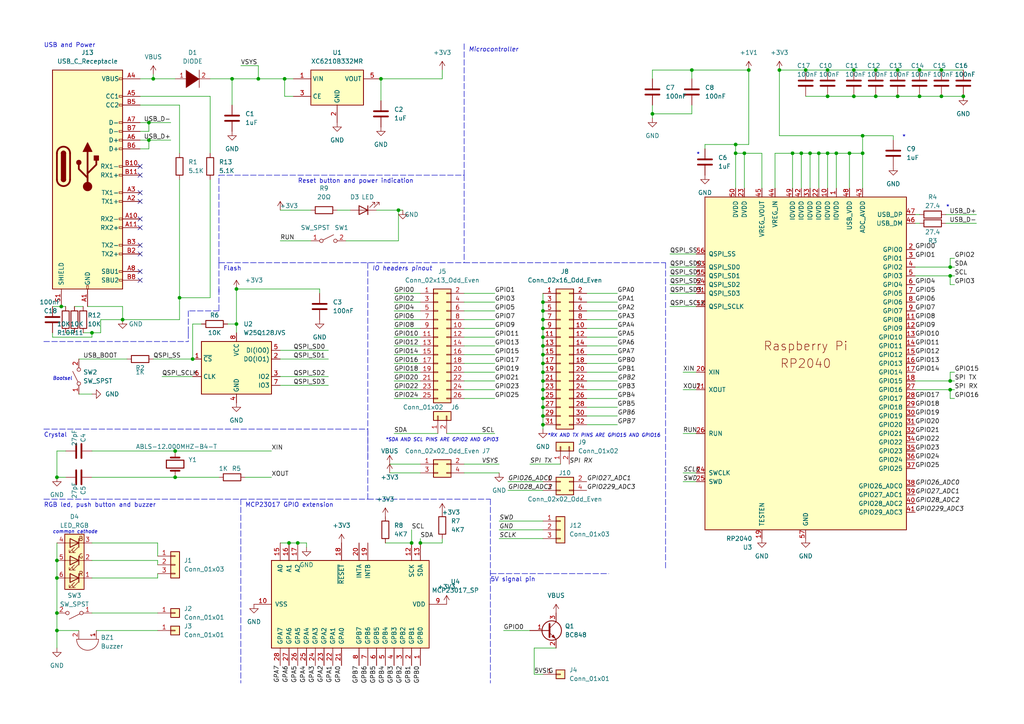
<source format=kicad_sch>
(kicad_sch (version 20211123) (generator eeschema)
  (paper "A4")
  (title_block (title "Protopico") (date "2022-03-31") (rev "v01") (comment 1 "*Decoupling capacitors should be as close as possible to IOVDD and DVDD pins") (comment 2 "*R3,R4 should be as close as possible to the RP2040 chip") (comment 4 "Author: Daniël van Belzen"))
  (junction (at 157.48 95.25))
  (junction (at 44.45 22.86))
  (junction (at 50.8 130.81))
  (junction (at 237.49 44.45))
  (junction (at 86.36 157.48))
  (junction (at 157.48 113.03))
  (junction (at 83.82 157.48))
  (junction (at 157.48 90.17))
  (junction (at 189.23 33.02))
  (junction (at 52.07 86.36))
  (junction (at 43.18 35.56))
  (junction (at 157.48 87.63))
  (junction (at 233.68 20.32))
  (junction (at 17.78 88.9))
  (junction (at 157.48 120.65))
  (junction (at 68.58 83.82))
  (junction (at 234.95 44.45))
  (junction (at 275.59 110.49))
  (junction (at 247.65 27.94))
  (junction (at 68.58 93.98))
  (junction (at 260.35 27.94))
  (junction (at 157.48 105.41))
  (junction (at 250.19 39.37))
  (junction (at 119.38 157.48))
  (junction (at 115.57 60.96))
  (junction (at 250.19 44.45))
  (junction (at 273.05 27.94))
  (junction (at 246.38 44.45))
  (junction (at 254 27.94))
  (junction (at 240.03 20.32))
  (junction (at 157.48 107.95))
  (junction (at 35.56 92.71))
  (junction (at 266.7 27.94))
  (junction (at 16.51 182.88))
  (junction (at 50.8 138.43))
  (junction (at 157.48 100.33))
  (junction (at 157.48 123.19))
  (junction (at 157.48 118.11))
  (junction (at 157.48 102.87))
  (junction (at 279.4 27.94))
  (junction (at 232.41 44.45))
  (junction (at 213.36 41.91))
  (junction (at 55.88 104.14))
  (junction (at 266.7 20.32))
  (junction (at 16.51 162.56))
  (junction (at 16.51 177.8))
  (junction (at 254 20.32))
  (junction (at 157.48 115.57))
  (junction (at 226.06 20.32))
  (junction (at 213.36 44.45))
  (junction (at 275.59 77.47))
  (junction (at 260.35 20.32))
  (junction (at 121.92 157.48))
  (junction (at 229.87 44.45))
  (junction (at 157.48 110.49))
  (junction (at 16.51 138.43))
  (junction (at 26.67 96.52))
  (junction (at 273.05 20.32))
  (junction (at 240.03 44.45))
  (junction (at 82.55 22.86))
  (junction (at 43.18 40.64))
  (junction (at 67.31 22.86))
  (junction (at 157.48 97.79))
  (junction (at 74.93 22.86))
  (junction (at 275.59 113.03))
  (junction (at 217.17 20.32))
  (junction (at 110.49 22.86))
  (junction (at 215.9 44.45))
  (junction (at 240.03 27.94))
  (junction (at 242.57 44.45))
  (junction (at 200.66 20.32))
  (junction (at 16.51 167.64))
  (junction (at 247.65 20.32))
  (junction (at 157.48 92.71))
  (junction (at 275.59 80.01))
  (no_connect (at 40.64 48.26))
  (no_connect (at 40.64 50.8))
  (no_connect (at 40.64 55.88))
  (no_connect (at 40.64 58.42))
  (no_connect (at 40.64 78.74))
  (no_connect (at 40.64 81.28))
  (no_connect (at 40.64 63.5))
  (no_connect (at 40.64 66.04))
  (no_connect (at 40.64 71.12))
  (no_connect (at 40.64 73.66))
  (wire (pts (xy 26.67 130.81) (xy 50.8 130.81)))
  (wire (pts (xy 45.72 162.56) (xy 45.72 163.83)))
  (wire (pts (xy 40.64 38.1) (xy 43.18 38.1)))
  (wire (pts (xy 266.7 62.23) (xy 265.43 62.23)))
  (wire (pts (xy 50.8 130.81) (xy 78.74 130.81)))
  (wire (pts (xy 170.18 120.65) (xy 179.07 120.65)))
  (wire (pts (xy 157.48 90.17) (xy 157.48 92.71)))
  (wire (pts (xy 134.62 85.09) (xy 143.51 85.09)))
  (wire (pts (xy 113.03 137.16) (xy 121.92 137.16)))
  (wire (pts (xy 275.59 77.47) (xy 275.59 74.93)))
  (wire (pts (xy 154.94 187.96) (xy 161.29 187.96)))
  (wire (pts (xy 43.18 43.18) (xy 43.18 40.64)))
  (polyline (pts (xy 12.7 124.46) (xy 106.68 124.46)))
  (wire (pts (xy 74.93 22.86) (xy 74.93 19.05)))
  (wire (pts (xy 157.48 85.09) (xy 157.48 87.63)))
  (wire (pts (xy 213.36 44.45) (xy 213.36 54.61)))
  (wire (pts (xy 55.88 93.98) (xy 58.42 93.98)))
  (wire (pts (xy 273.05 27.94) (xy 279.4 27.94)))
  (wire (pts (xy 71.12 138.43) (xy 78.74 138.43)))
  (polyline (pts (xy 63.5 76.2) (xy 63.5 85.09)))
  (wire (pts (xy 110.49 22.86) (xy 128.27 22.86)))
  (wire (pts (xy 220.98 54.61) (xy 220.98 44.45)))
  (wire (pts (xy 189.23 33.02) (xy 189.23 30.48)))
  (wire (pts (xy 40.64 30.48) (xy 52.07 30.48)))
  (wire (pts (xy 44.45 22.86) (xy 50.8 22.86)))
  (polyline (pts (xy 193.04 76.2) (xy 193.04 165.1)))
  (wire (pts (xy 154.94 195.58) (xy 157.48 195.58)))
  (wire (pts (xy 111.76 157.48) (xy 119.38 157.48)))
  (wire (pts (xy 157.48 102.87) (xy 157.48 105.41)))
  (wire (pts (xy 170.18 95.25) (xy 179.07 95.25)))
  (wire (pts (xy 170.18 123.19) (xy 179.07 123.19)))
  (wire (pts (xy 275.59 107.95) (xy 276.86 107.95)))
  (wire (pts (xy 134.62 87.63) (xy 143.51 87.63)))
  (wire (pts (xy 114.3 85.09) (xy 121.92 85.09)))
  (wire (pts (xy 134.62 107.95) (xy 143.51 107.95)))
  (wire (pts (xy 200.66 20.32) (xy 217.17 20.32)))
  (wire (pts (xy 250.19 39.37) (xy 259.08 39.37)))
  (polyline (pts (xy 86.36 76.2) (xy 134.62 76.2)))
  (wire (pts (xy 194.31 77.47) (xy 201.93 77.47)))
  (wire (pts (xy 170.18 118.11) (xy 179.07 118.11)))
  (polyline (pts (xy 134.62 12.7) (xy 134.62 50.8)))
  (wire (pts (xy 83.82 157.48) (xy 86.36 157.48)))
  (wire (pts (xy 254 20.32) (xy 260.35 20.32)))
  (wire (pts (xy 266.7 20.32) (xy 273.05 20.32)))
  (wire (pts (xy 200.66 30.48) (xy 200.66 33.02)))
  (wire (pts (xy 194.31 85.09) (xy 201.93 85.09)))
  (wire (pts (xy 170.18 92.71) (xy 179.07 92.71)))
  (wire (pts (xy 69.85 19.05) (xy 74.93 19.05)))
  (wire (pts (xy 114.3 97.79) (xy 121.92 97.79)))
  (wire (pts (xy 45.72 157.48) (xy 45.72 161.29)))
  (wire (pts (xy 275.59 80.01) (xy 275.59 82.55)))
  (wire (pts (xy 276.86 80.01) (xy 275.59 80.01)))
  (wire (pts (xy 144.78 153.67) (xy 157.48 153.67)))
  (wire (pts (xy 200.66 33.02) (xy 189.23 33.02)))
  (wire (pts (xy 114.3 92.71) (xy 121.92 92.71)))
  (wire (pts (xy 247.65 20.32) (xy 254 20.32)))
  (wire (pts (xy 254 27.94) (xy 260.35 27.94)))
  (wire (pts (xy 157.48 120.65) (xy 157.48 123.19)))
  (wire (pts (xy 170.18 85.09) (xy 179.07 85.09)))
  (wire (pts (xy 113.03 134.62) (xy 121.92 134.62)))
  (wire (pts (xy 128.27 156.21) (xy 128.27 157.48)))
  (wire (pts (xy 134.62 113.03) (xy 143.51 113.03)))
  (wire (pts (xy 85.09 27.94) (xy 82.55 27.94)))
  (polyline (pts (xy 54.61 96.52) (xy 54.61 99.06)))
  (wire (pts (xy 154.94 187.96) (xy 154.94 195.58)))
  (wire (pts (xy 121.92 156.21) (xy 121.92 157.48)))
  (polyline (pts (xy 106.68 144.78) (xy 106.68 124.46)))
  (wire (pts (xy 170.18 90.17) (xy 179.07 90.17)))
  (wire (pts (xy 170.18 100.33) (xy 179.07 100.33)))
  (wire (pts (xy 68.58 93.98) (xy 68.58 96.52)))
  (wire (pts (xy 67.31 22.86) (xy 67.31 30.48)))
  (wire (pts (xy 134.62 102.87) (xy 143.51 102.87)))
  (wire (pts (xy 153.67 134.62) (xy 162.56 134.62)))
  (wire (pts (xy 81.28 109.22) (xy 95.25 109.22)))
  (wire (pts (xy 198.12 125.73) (xy 201.93 125.73)))
  (wire (pts (xy 194.31 88.9) (xy 201.93 88.9)))
  (wire (pts (xy 114.3 90.17) (xy 121.92 90.17)))
  (wire (pts (xy 110.49 29.21) (xy 110.49 22.86)))
  (wire (pts (xy 26.67 157.48) (xy 45.72 157.48)))
  (wire (pts (xy 43.18 35.56) (xy 49.53 35.56)))
  (wire (pts (xy 52.07 52.07) (xy 52.07 86.36)))
  (wire (pts (xy 22.86 104.14) (xy 36.83 104.14)))
  (wire (pts (xy 26.67 97.79) (xy 26.67 96.52)))
  (wire (pts (xy 229.87 44.45) (xy 229.87 54.61)))
  (wire (pts (xy 170.18 115.57) (xy 179.07 115.57)))
  (wire (pts (xy 157.48 87.63) (xy 157.48 90.17)))
  (wire (pts (xy 16.51 177.8) (xy 16.51 182.88)))
  (wire (pts (xy 134.62 95.25) (xy 143.51 95.25)))
  (wire (pts (xy 15.24 97.79) (xy 26.67 97.79)))
  (wire (pts (xy 92.71 83.82) (xy 92.71 85.09)))
  (wire (pts (xy 273.05 20.32) (xy 279.4 20.32)))
  (wire (pts (xy 114.3 105.41) (xy 121.92 105.41)))
  (wire (pts (xy 114.3 107.95) (xy 121.92 107.95)))
  (wire (pts (xy 74.93 22.86) (xy 82.55 22.86)))
  (wire (pts (xy 16.51 182.88) (xy 16.51 187.96)))
  (wire (pts (xy 265.43 77.47) (xy 275.59 77.47)))
  (polyline (pts (xy 63.5 83.82) (xy 63.5 90.17)))
  (wire (pts (xy 194.31 73.66) (xy 201.93 73.66)))
  (wire (pts (xy 233.68 20.32) (xy 240.03 20.32)))
  (wire (pts (xy 198.12 107.95) (xy 201.93 107.95)))
  (wire (pts (xy 44.45 104.14) (xy 55.88 104.14)))
  (wire (pts (xy 86.36 157.48) (xy 88.9 157.48)))
  (wire (pts (xy 128.27 20.32) (xy 128.27 22.86)))
  (wire (pts (xy 275.59 113.03) (xy 275.59 115.57)))
  (wire (pts (xy 240.03 44.45) (xy 240.03 54.61)))
  (wire (pts (xy 260.35 27.94) (xy 266.7 27.94)))
  (polyline (pts (xy 12.7 144.78) (xy 106.68 144.78)))
  (wire (pts (xy 101.6 60.96) (xy 97.79 60.96)))
  (wire (pts (xy 226.06 20.32) (xy 226.06 39.37)))
  (wire (pts (xy 170.18 110.49) (xy 179.07 110.49)))
  (wire (pts (xy 226.06 39.37) (xy 250.19 39.37)))
  (polyline (pts (xy 134.62 50.8) (xy 134.62 76.2)))
  (polyline (pts (xy 63.5 90.17) (xy 54.61 90.17)))
  (wire (pts (xy 19.05 88.9) (xy 17.78 88.9)))
  (wire (pts (xy 170.18 105.41) (xy 179.07 105.41)))
  (wire (pts (xy 226.06 20.32) (xy 233.68 20.32)))
  (wire (pts (xy 275.59 74.93) (xy 276.86 74.93)))
  (wire (pts (xy 240.03 20.32) (xy 247.65 20.32)))
  (wire (pts (xy 275.59 110.49) (xy 265.43 110.49)))
  (polyline (pts (xy 106.68 76.2) (xy 106.68 124.46)))
  (wire (pts (xy 232.41 44.45) (xy 234.95 44.45)))
  (wire (pts (xy 157.48 118.11) (xy 157.48 120.65)))
  (wire (pts (xy 220.98 44.45) (xy 215.9 44.45)))
  (polyline (pts (xy 63.5 76.2) (xy 86.36 76.2)))
  (wire (pts (xy 157.48 92.71) (xy 157.48 95.25)))
  (wire (pts (xy 260.35 20.32) (xy 266.7 20.32)))
  (wire (pts (xy 198.12 113.03) (xy 201.93 113.03)))
  (wire (pts (xy 147.32 142.24) (xy 157.48 142.24)))
  (wire (pts (xy 170.18 107.95) (xy 179.07 107.95)))
  (wire (pts (xy 237.49 44.45) (xy 240.03 44.45)))
  (wire (pts (xy 276.86 110.49) (xy 275.59 110.49)))
  (wire (pts (xy 157.48 97.79) (xy 157.48 100.33)))
  (wire (pts (xy 40.64 43.18) (xy 43.18 43.18)))
  (wire (pts (xy 247.65 27.94) (xy 254 27.94)))
  (wire (pts (xy 157.48 107.95) (xy 157.48 110.49)))
  (wire (pts (xy 129.54 125.73) (xy 143.51 125.73)))
  (wire (pts (xy 115.57 60.96) (xy 116.84 60.96)))
  (polyline (pts (xy 12.7 99.06) (xy 54.61 99.06)))
  (wire (pts (xy 275.59 115.57) (xy 276.86 115.57)))
  (polyline (pts (xy 69.85 144.78) (xy 69.85 198.12)))
  (wire (pts (xy 81.28 157.48) (xy 83.82 157.48)))
  (wire (pts (xy 134.62 137.16) (xy 144.78 137.16)))
  (wire (pts (xy 134.62 100.33) (xy 143.51 100.33)))
  (polyline (pts (xy 106.68 144.78) (xy 142.24 144.78)))
  (wire (pts (xy 170.18 97.79) (xy 179.07 97.79)))
  (wire (pts (xy 43.18 38.1) (xy 43.18 35.56)))
  (wire (pts (xy 29.21 96.52) (xy 29.21 92.71)))
  (wire (pts (xy 82.55 22.86) (xy 85.09 22.86)))
  (wire (pts (xy 266.7 64.77) (xy 265.43 64.77)))
  (wire (pts (xy 67.31 22.86) (xy 74.93 22.86)))
  (wire (pts (xy 26.67 177.8) (xy 45.72 177.8)))
  (wire (pts (xy 27.94 182.88) (xy 45.72 182.88)))
  (wire (pts (xy 189.23 34.29) (xy 189.23 33.02)))
  (polyline (pts (xy 54.61 90.17) (xy 54.61 96.52)))
  (wire (pts (xy 40.64 22.86) (xy 44.45 22.86)))
  (wire (pts (xy 275.59 82.55) (xy 276.86 82.55)))
  (wire (pts (xy 213.36 41.91) (xy 213.36 44.45)))
  (wire (pts (xy 50.8 138.43) (xy 63.5 138.43)))
  (polyline (pts (xy 142.24 144.78) (xy 142.24 198.12)))
  (wire (pts (xy 60.96 22.86) (xy 67.31 22.86)))
  (wire (pts (xy 157.48 95.25) (xy 157.48 97.79)))
  (wire (pts (xy 157.48 110.49) (xy 157.48 113.03)))
  (wire (pts (xy 40.64 40.64) (xy 43.18 40.64)))
  (wire (pts (xy 146.05 182.88) (xy 153.67 182.88)))
  (wire (pts (xy 114.3 115.57) (xy 121.92 115.57)))
  (wire (pts (xy 119.38 153.67) (xy 119.38 157.48)))
  (wire (pts (xy 26.67 167.64) (xy 45.72 167.64)))
  (wire (pts (xy 189.23 20.32) (xy 189.23 22.86)))
  (wire (pts (xy 22.86 114.3) (xy 26.67 114.3)))
  (wire (pts (xy 259.08 39.37) (xy 259.08 40.64)))
  (wire (pts (xy 81.28 111.76) (xy 95.25 111.76)))
  (wire (pts (xy 194.31 80.01) (xy 201.93 80.01)))
  (wire (pts (xy 55.88 93.98) (xy 55.88 104.14)))
  (wire (pts (xy 52.07 30.48) (xy 52.07 44.45)))
  (wire (pts (xy 88.9 157.48) (xy 88.9 158.75)))
  (wire (pts (xy 16.51 182.88) (xy 22.86 182.88)))
  (wire (pts (xy 68.58 83.82) (xy 92.71 83.82)))
  (wire (pts (xy 194.31 82.55) (xy 201.93 82.55)))
  (wire (pts (xy 60.96 52.07) (xy 60.96 86.36)))
  (wire (pts (xy 170.18 113.03) (xy 179.07 113.03)))
  (wire (pts (xy 157.48 105.41) (xy 157.48 107.95)))
  (polyline (pts (xy 134.62 76.2) (xy 193.04 76.2)))
  (wire (pts (xy 114.3 110.49) (xy 121.92 110.49)))
  (wire (pts (xy 200.66 20.32) (xy 200.66 22.86)))
  (wire (pts (xy 115.57 60.96) (xy 115.57 69.85)))
  (wire (pts (xy 81.28 101.6) (xy 95.25 101.6)))
  (wire (pts (xy 189.23 20.32) (xy 200.66 20.32)))
  (wire (pts (xy 134.62 134.62) (xy 144.78 134.62)))
  (wire (pts (xy 234.95 44.45) (xy 237.49 44.45)))
  (wire (pts (xy 229.87 44.45) (xy 232.41 44.45)))
  (wire (pts (xy 240.03 44.45) (xy 242.57 44.45)))
  (wire (pts (xy 275.59 77.47) (xy 276.86 77.47)))
  (wire (pts (xy 60.96 86.36) (xy 52.07 86.36)))
  (wire (pts (xy 198.12 139.7) (xy 201.93 139.7)))
  (wire (pts (xy 217.17 20.32) (xy 217.17 41.91)))
  (wire (pts (xy 66.04 93.98) (xy 68.58 93.98)))
  (wire (pts (xy 40.64 27.94) (xy 60.96 27.94)))
  (wire (pts (xy 250.19 44.45) (xy 250.19 39.37)))
  (wire (pts (xy 121.92 157.48) (xy 128.27 157.48)))
  (wire (pts (xy 43.18 40.64) (xy 49.53 40.64)))
  (wire (pts (xy 16.51 130.81) (xy 19.05 130.81)))
  (wire (pts (xy 19.05 96.52) (xy 21.59 96.52)))
  (wire (pts (xy 147.32 139.7) (xy 157.48 139.7)))
  (wire (pts (xy 134.62 105.41) (xy 143.51 105.41)))
  (wire (pts (xy 16.51 162.56) (xy 16.51 167.64)))
  (wire (pts (xy 144.78 151.13) (xy 157.48 151.13)))
  (wire (pts (xy 170.18 102.87) (xy 179.07 102.87)))
  (wire (pts (xy 250.19 44.45) (xy 250.19 54.61)))
  (wire (pts (xy 215.9 44.45) (xy 213.36 44.45)))
  (wire (pts (xy 26.67 162.56) (xy 45.72 162.56)))
  (wire (pts (xy 15.24 88.9) (xy 17.78 88.9)))
  (wire (pts (xy 275.59 113.03) (xy 265.43 113.03)))
  (wire (pts (xy 35.56 92.71) (xy 52.07 92.71)))
  (wire (pts (xy 134.62 110.49) (xy 143.51 110.49)))
  (wire (pts (xy 157.48 115.57) (xy 157.48 118.11)))
  (wire (pts (xy 204.47 41.91) (xy 204.47 43.18)))
  (wire (pts (xy 246.38 44.45) (xy 250.19 44.45)))
  (wire (pts (xy 170.18 87.63) (xy 179.07 87.63)))
  (wire (pts (xy 283.21 62.23) (xy 274.32 62.23)))
  (wire (pts (xy 21.59 88.9) (xy 24.13 88.9)))
  (wire (pts (xy 15.24 96.52) (xy 15.24 97.79)))
  (wire (pts (xy 114.3 102.87) (xy 121.92 102.87)))
  (wire (pts (xy 81.28 104.14) (xy 95.25 104.14)))
  (wire (pts (xy 52.07 86.36) (xy 52.07 92.71)))
  (wire (pts (xy 46.99 109.22) (xy 55.88 109.22)))
  (wire (pts (xy 100.33 69.85) (xy 115.57 69.85)))
  (wire (pts (xy 35.56 88.9) (xy 25.4 88.9)))
  (wire (pts (xy 114.3 95.25) (xy 121.92 95.25)))
  (wire (pts (xy 81.28 60.96) (xy 90.17 60.96)))
  (wire (pts (xy 81.28 69.85) (xy 90.17 69.85)))
  (wire (pts (xy 276.86 113.03) (xy 275.59 113.03)))
  (wire (pts (xy 134.62 97.79) (xy 143.51 97.79)))
  (wire (pts (xy 16.51 167.64) (xy 16.51 177.8)))
  (wire (pts (xy 60.96 27.94) (xy 60.96 44.45)))
  (wire (pts (xy 213.36 41.91) (xy 204.47 41.91)))
  (polyline (pts (xy 142.24 166.37) (xy 176.53 166.37)))
  (wire (pts (xy 68.58 83.82) (xy 68.58 93.98)))
  (wire (pts (xy 275.59 80.01) (xy 265.43 80.01)))
  (wire (pts (xy 157.48 100.33) (xy 157.48 102.87)))
  (wire (pts (xy 114.3 87.63) (xy 121.92 87.63)))
  (wire (pts (xy 35.56 88.9) (xy 35.56 92.71)))
  (wire (pts (xy 224.79 44.45) (xy 229.87 44.45)))
  (wire (pts (xy 237.49 44.45) (xy 237.49 54.61)))
  (wire (pts (xy 24.13 96.52) (xy 26.67 96.52)))
  (wire (pts (xy 114.3 125.73) (xy 127 125.73)))
  (wire (pts (xy 242.57 44.45) (xy 242.57 54.61)))
  (wire (pts (xy 242.57 44.45) (xy 246.38 44.45)))
  (wire (pts (xy 26.67 96.52) (xy 29.21 96.52)))
  (wire (pts (xy 16.51 138.43) (xy 19.05 138.43)))
  (wire (pts (xy 240.03 27.94) (xy 247.65 27.94)))
  (wire (pts (xy 26.67 138.43) (xy 50.8 138.43)))
  (wire (pts (xy 44.45 21.59) (xy 44.45 22.86)))
  (wire (pts (xy 224.79 54.61) (xy 224.79 44.45)))
  (polyline (pts (xy 63.5 50.8) (xy 134.62 50.8)))
  (wire (pts (xy 82.55 27.94) (xy 82.55 22.86)))
  (wire (pts (xy 275.59 110.49) (xy 275.59 107.95)))
  (wire (pts (xy 16.51 157.48) (xy 16.51 162.56)))
  (wire (pts (xy 283.21 64.77) (xy 274.32 64.77)))
  (wire (pts (xy 233.68 27.94) (xy 240.03 27.94)))
  (wire (pts (xy 232.41 44.45) (xy 232.41 54.61)))
  (wire (pts (xy 16.51 130.81) (xy 16.51 138.43)))
  (wire (pts (xy 198.12 137.16) (xy 201.93 137.16)))
  (wire (pts (xy 246.38 44.45) (xy 246.38 54.61)))
  (wire (pts (xy 109.22 60.96) (xy 115.57 60.96)))
  (wire (pts (xy 45.72 167.64) (xy 45.72 166.37)))
  (wire (pts (xy 134.62 115.57) (xy 143.51 115.57)))
  (wire (pts (xy 234.95 44.45) (xy 234.95 54.61)))
  (polyline (pts (xy 63.5 76.2) (xy 63.5 50.8)))
  (wire (pts (xy 134.62 92.71) (xy 143.51 92.71)))
  (wire (pts (xy 134.62 90.17) (xy 143.51 90.17)))
  (wire (pts (xy 266.7 27.94) (xy 273.05 27.94)))
  (wire (pts (xy 144.78 156.21) (xy 157.48 156.21)))
  (wire (pts (xy 157.48 123.19) (xy 157.48 124.46)))
  (wire (pts (xy 40.64 35.56) (xy 43.18 35.56)))
  (wire (pts (xy 29.21 92.71) (xy 35.56 92.71)))
  (wire (pts (xy 114.3 113.03) (xy 121.92 113.03)))
  (wire (pts (xy 217.17 41.91) (xy 213.36 41.91)))
  (polyline (pts (xy 106.68 124.46) (xy 106.68 133.35)))
  (wire (pts (xy 215.9 44.45) (xy 215.9 54.61)))
  (wire (pts (xy 114.3 100.33) (xy 121.92 100.33)))
  (wire (pts (xy 157.48 113.03) (xy 157.48 115.57)))
  (text "*" (at 201.93 45.72 0) (effects (font (size 1.27 1.27)) (justify left bottom)))
  (text "Bootsel" (at 15.24 110.49 0) (effects (font (size 1 1) italic) (justify left bottom)))
  (text "Flash" (at 64.77 78.74 0) (effects (font (size 1.27 1.27)) (justify left bottom)))
  (text "MCP23017 GPIO extension" (at 71.12 147.32 0) (effects (font (size 1.27 1.27)) (justify left bottom)))
  (text "5V signal pin" (at 142.24 168.91 0) (effects (font (size 1.27 1.27)) (justify left bottom)))
  (text "common cathode\n" (at 15.24 154.94 0) (effects (font (size 1 1) italic) (justify left bottom)))
  (text "*RX AND TX PINS ARE GPIO15 AND GPIO16" (at 158.75 127 0) (effects (font (size 1 1) italic) (justify left bottom)))
  (text "*" (at 274.32 60.96 0) (effects (font (size 1.27 1.27)) (justify left bottom)))
  (text "*SDA AND SCL PINS ARE GPIO2 AND GPIO3" (at 111.76 128.27 0) (effects (font (size 1 1) italic) (justify left bottom)))
  (text "Reset button and power indication" (at 86.36 53.34 0) (effects (font (size 1.27 1.27)) (justify left bottom)))
  (text "*" (at 261.62 40.64 0) (effects (font (size 1.27 1.27)) (justify left bottom)))
  (text "RGB led, push button and buzzer" (at 12.7 147.32 0) (effects (font (size 1.27 1.27)) (justify left bottom)))
  (text "Crystal" (at 12.7 127 0) (effects (font (size 1.27 1.27)) (justify left bottom)))
  (text "Microcontroller\n" (at 135.89 15.24 0) (effects (font (size 1.27 1.27) italic) (justify left bottom)))
  (text "USB and Power" (at 12.7 13.97 0) (effects (font (size 1.27 1.27)) (justify left bottom)))
  (text "IO headers pinout" (at 107.95 78.74 0) (effects (font (size 1.27 1.27) italic) (justify left bottom)))
  (label "XOUT" (at 198.12 113.03 0))
  (label "GPIO5" (at 143.51 90.17 0))
  (label "USB_D+" (at 283.21 62.23 180))
  (label "GPIO25" (at 143.51 115.57 0))
  (label "GPIO13" (at 143.51 100.33 0))
  (label "GPIO18" (at 114.3 107.95 0))
  (label "QSPI_SS" (at 194.31 73.66 0))
  (label "GPIO9" (at 265.43 95.25 0))
  (label "GPA3" (at 179.07 92.71 0))
  (label "GPIO15" (at 143.51 102.87 0))
  (label "GPIO0" (at 146.05 182.88 0))
  (label "QSPI_SCLK" (at 46.99 109.22 0))
  (label "GPB1" (at 179.07 107.95 0))
  (label "GPIO7" (at 143.51 92.71 0))
  (label "VSYS" (at 139.7 134.62 0) (effects (font italic)))
  (label "USB_D+" (at 49.53 40.64 180))
  (label "USB_D-" (at 283.21 64.77 180))
  (label "SWD" (at 198.12 139.7 0) (effects (font italic)))
  (label "GPIO21" (at 265.43 125.73 0))
  (label "GPIO5" (at 265.43 85.09 0))
  (label "GPIO229_ADC3" (at 265.43 148.59 0) (effects (font italic)))
  (label "GPB5" (at 179.07 118.11 0))
  (label "GPB4" (at 111.76 193.04 270))
  (label "SCLK" (at 198.12 137.16 0) (effects (font italic)))
  (label "GPIO3" (at 276.86 82.55 0))
  (label "GPB4" (at 179.07 115.57 0))
  (label "GPIO16" (at 276.86 115.57 0))
  (label "GPIO25" (at 265.43 135.89 0))
  (label "SPI RX" (at 276.86 113.03 0))
  (label "RUN" (at 81.28 69.85 0))
  (label "GPA5" (at 179.07 97.79 0))
  (label "GPIO26_ADC0" (at 147.32 139.7 0) (effects (font italic)))
  (label "GPIO16" (at 114.3 105.41 0))
  (label "GPIO11" (at 265.43 100.33 0))
  (label "GPB3" (at 179.07 113.03 0))
  (label "GPB5" (at 109.22 193.04 270))
  (label "GPIO11" (at 143.51 97.79 0))
  (label "GPA4" (at 88.9 193.04 270))
  (label "GPIO7" (at 265.43 90.17 0))
  (label "GPA0" (at 179.07 85.09 0))
  (label "GPIO24" (at 265.43 133.35 0))
  (label "GPIO15" (at 276.86 107.95 0))
  (label "GPA5" (at 86.36 193.04 270))
  (label "SCL" (at 139.7 125.73 0))
  (label "GPIO2" (at 276.86 74.93 0))
  (label "GPB2" (at 179.07 110.49 0) (effects (font italic)))
  (label "QSPI_SD3" (at 194.31 85.09 0))
  (label "GPIO13" (at 265.43 105.41 0))
  (label "GPIO23" (at 265.43 130.81 0))
  (label "SPI RX" (at 165.1 134.62 0) (effects (font italic)))
  (label "GPIO17" (at 143.51 105.41 0))
  (label "GPIO229_ADC3" (at 170.18 142.24 0) (effects (font italic)))
  (label "GPA7" (at 179.07 102.87 0))
  (label "GPA0" (at 99.06 193.04 270))
  (label "GPIO10" (at 265.43 97.79 0))
  (label "GPIO24" (at 114.3 115.57 0))
  (label "GPIO19" (at 265.43 120.65 0))
  (label "GPIO19" (at 143.51 107.95 0))
  (label "QSPI_SCLK" (at 194.31 88.9 0))
  (label "GPB6" (at 106.68 193.04 270))
  (label "QSPI_SD3" (at 85.09 111.76 0))
  (label "GPA4" (at 179.07 95.25 0))
  (label "XIN" (at 198.12 107.95 0))
  (label "GPIO0" (at 114.3 85.09 0))
  (label "GPIO10" (at 114.3 97.79 0))
  (label "GPIO12" (at 114.3 100.33 0))
  (label "SWD" (at 144.78 151.13 0) (effects (font italic)))
  (label "GPIO1" (at 143.51 85.09 0))
  (label "GPB0" (at 179.07 105.41 0))
  (label "5VSIG" (at 154.94 195.58 0))
  (label "VSYS" (at 69.85 19.05 0))
  (label "SDA" (at 121.92 156.21 0))
  (label "GPIO20" (at 265.43 123.19 0))
  (label "GPB0" (at 121.92 193.04 270))
  (label "USB_BOOT" (at 24.13 104.14 0))
  (label "GPIO9" (at 143.51 95.25 0))
  (label "GPIO8" (at 265.43 92.71 0))
  (label "GPA1" (at 96.52 193.04 270))
  (label "GPA6" (at 83.82 193.04 270) (effects (font italic)))
  (label "QSPI_SS" (at 44.45 104.14 0))
  (label "GPIO21" (at 143.51 110.49 0))
  (label "GPIO12" (at 265.43 102.87 0))
  (label "QSPI_SD0" (at 85.09 101.6 0))
  (label "SDA" (at 114.3 125.73 0))
  (label "GPIO27_ADC1" (at 265.43 143.51 0) (effects (font italic)))
  (label "GPIO18" (at 265.43 118.11 0))
  (label "QSPI_SD2" (at 85.09 109.22 0))
  (label "GPIO2" (at 114.3 87.63 0))
  (label "GPIO17" (at 265.43 115.57 0))
  (label "XOUT" (at 78.74 138.43 0))
  (label "GPA7" (at 81.28 193.04 270) (effects (font italic)))
  (label "GPB6" (at 179.07 120.65 0) (effects (font italic)))
  (label "GPB3" (at 114.3 193.04 270))
  (label "QSPI_SD2" (at 194.31 82.55 0))
  (label "SPI TX" (at 153.67 134.62 0) (effects (font italic)))
  (label "GPB1" (at 119.38 193.04 270))
  (label "SCL" (at 276.86 80.01 0))
  (label "SCL" (at 119.38 153.67 0))
  (label "GPIO20" (at 114.3 110.49 0))
  (label "QSPI_SD1" (at 85.09 104.14 0))
  (label "GPIO14" (at 114.3 102.87 0))
  (label "GPA1" (at 179.07 87.63 0))
  (label "QSPI_SD0" (at 194.31 77.47 0))
  (label "GPIO23" (at 143.51 113.03 0))
  (label "GPIO3" (at 143.51 87.63 0))
  (label "XIN" (at 78.74 130.81 0))
  (label "GPIO28_ADC2" (at 147.32 142.24 0) (effects (font italic)))
  (label "GPIO4" (at 114.3 90.17 0))
  (label "GPIO6" (at 265.43 87.63 0))
  (label "GPIO14" (at 265.43 107.95 0))
  (label "GPIO4" (at 265.43 82.55 0))
  (label "GPB2" (at 116.84 193.04 270))
  (label "GPA6" (at 179.07 100.33 0))
  (label "GPIO6" (at 114.3 92.71 0))
  (label "GPIO22" (at 265.43 128.27 0))
  (label "GPIO28_ADC2" (at 265.43 146.05 0) (effects (font italic)))
  (label "GND" (at 144.78 153.67 0) (effects (font italic)))
  (label "GPIO22" (at 114.3 113.03 0))
  (label "GPIO8" (at 114.3 95.25 0))
  (label "SPI TX" (at 276.86 110.49 0))
  (label "QSPI_SD1" (at 194.31 80.01 0))
  (label "SDA" (at 276.86 77.47 0))
  (label "GPIO27_ADC1" (at 170.18 139.7 0) (effects (font italic)))
  (label "GPIO26_ADC0" (at 265.43 140.97 0) (effects (font italic)))
  (label "GPA2" (at 93.98 193.04 270) (effects (font italic)))
  (label "GPB7" (at 104.14 193.04 270))
  (label "GPA2" (at 179.07 90.17 0))
  (label "GPIO1" (at 265.43 74.93 0))
  (label "RUN" (at 198.12 125.73 0))
  (label "SCLK" (at 144.78 156.21 0) (effects (font italic)))
  (label "GPIO0" (at 265.43 72.39 0))
  (label "USB_D-" (at 49.53 35.56 180))
  (label "GPB7" (at 179.07 123.19 0) (effects (font italic)))
  (label "GPA3" (at 91.44 193.04 270))
  (symbol (lib_id "Connector_Generic:Conn_02x16_Odd_Even") (at 162.56 102.87 0) (unit 1)
    (property "Reference" "J8" (at 163.83 78.74 0))
    (property "Value" "Conn_02x16_Odd_Even" (at 163.83 81.28 0))
    (property "Footprint" "HEAADERS:Socket_Strip_Straight_2x16_Pitch2.54mm" (effects hide))
  )
  (symbol (lib_id "power:GND") (at 233.68 156.21 0) (unit 1)
    (property "Reference" "#PWR0125" (effects hide))
    (property "Value" "GND" (at 233.68 161.29 0))
  )
  (symbol (lib_id "Device:C") (at 254 24.13 0) (unit 1)
    (property "Reference" "C12" (at 251.46 19.05 0) (effects (justify left)))
    (property "Value" "100nF" (at 251.46 21.59 0) (effects (justify left)))
    (property "Footprint" "Capacitor_SMD:C_1206_3216Metric_Pad1.33x1.80mm_HandSolder" (effects hide))
  )
  (symbol (lib_id "Device:R") (at 111.76 153.67 0) (unit 1)
    (property "Reference" "R8" (at 114.3 152.3999 0) (effects (justify left)))
    (property "Value" "4K7" (at 114.3 154.9399 0) (effects (justify left)))
    (property "Footprint" "Resistor_SMD:R_1206_3216Metric_Pad1.30x1.75mm_HandSolder" (effects hide))
  )
  (symbol (lib_id "Device:C") (at 92.71 88.9 0) (unit 1)
    (property "Reference" "C3" (at 96.52 87.6299 0) (effects (justify left)))
    (property "Value" "100nF" (at 96.52 90.1699 0) (effects (justify left)))
    (property "Footprint" "Capacitor_SMD:C_1206_3216Metric_Pad1.33x1.80mm_HandSolder" (effects hide))
  )
  (symbol (lib_id "Device:C") (at 22.86 130.81 270) (unit 1)
    (property "Reference" "C4" (at 24.13 127 0))
    (property "Value" "27pF" (at 21.59 127 0))
    (property "Footprint" "Capacitor_SMD:C_1206_3216Metric_Pad1.33x1.80mm_HandSolder" (effects hide))
  )
  (symbol (lib_id "Device:R") (at 40.64 104.14 90) (unit 1)
    (property "Reference" "R2" (at 40.64 106.68 90))
    (property "Value" "1K" (at 40.64 107.95 90))
    (property "Footprint" "Resistor_SMD:R_1206_3216Metric_Pad1.30x1.75mm_HandSolder" (effects hide))
  )
  (symbol (lib_id "Connector_Generic:Conn_02x02_Odd_Even") (at 162.56 139.7 0) (unit 1)
    (property "Reference" "J10" (at 163.83 137.16 0))
    (property "Value" "Conn_02x02_Odd_Even" (at 163.83 144.78 0))
    (property "Footprint" "HEAADERS:Socket_Strip_Straight_2x02_Pitch2.54mm" (effects hide))
  )
  (symbol (lib_id "Connector_Generic:Conn_02x13_Odd_Even") (at 127 100.33 0) (unit 1)
    (property "Reference" "J5" (at 128.27 78.74 0))
    (property "Value" "Conn_02x13_Odd_Even" (at 128.27 81.28 0))
    (property "Footprint" "HEAADERS:Socket_Strip_Straight_2x13_Pitch2.54mm" (effects hide))
  )
  (symbol (lib_id "Device:R") (at 93.98 60.96 90) (unit 1)
    (property "Reference" "R9" (at 93.98 54.61 90))
    (property "Value" "20Ω" (at 93.98 57.15 90))
    (property "Footprint" "Resistor_SMD:R_1206_3216Metric_Pad1.30x1.75mm_HandSolder" (effects hide))
  )
  (symbol (lib_id "Device:R") (at 21.59 92.71 0) (unit 1)
    (property "Reference" "R11" (at 20.32 96.52 0) (effects (justify left)))
    (property "Value" "10K" (at 20.32 93.98 0) (effects (justify left)))
    (property "Footprint" "Resistor_SMD:R_1206_3216Metric_Pad1.30x1.75mm_HandSolder" (effects hide))
  )
  (symbol (lib_id "power:GND") (at 16.51 187.96 0) (unit 1)
    (property "Reference" "#PWR0122" (effects hide))
    (property "Value" "GND" (at 16.51 193.04 0))
  )
  (symbol (lib_id "power:GND") (at 259.08 48.26 0) (unit 1)
    (property "Reference" "#PWR0110" (effects hide))
    (property "Value" "GND" (at 259.08 53.34 0))
  )
  (symbol (lib_id "power:GND") (at 67.31 38.1 0) (unit 1)
    (property "Reference" "#PWR0103" (effects hide))
    (property "Value" "GND" (at 67.31 43.18 0))
  )
  (symbol (lib_id "Device:LED_RGB") (at 21.59 162.56 180) (unit 1)
    (property "Reference" "D4" (at 21.59 149.86 0))
    (property "Value" "LED_RGB" (at 21.59 152.4 0))
    (property "Footprint" "LED_THT:LED_D5.0mm-4_RGB" (effects hide))
  )
  (symbol (lib_id "Device:C") (at 200.66 26.67 0) (unit 1)
    (property "Reference" "C8" (at 204.47 25.3999 0) (effects (justify left)))
    (property "Value" "100nF" (at 204.47 27.9399 0) (effects (justify left)))
    (property "Footprint" "Capacitor_SMD:C_1206_3216Metric_Pad1.33x1.80mm_HandSolder" (effects hide))
  )
  (symbol (lib_id "Device:C") (at 259.08 44.45 0) (unit 1)
    (property "Reference" "C9" (at 262.89 43.1799 0) (effects (justify left)))
    (property "Value" "1uF" (at 262.89 45.7199 0) (effects (justify left)))
    (property "Footprint" "Capacitor_SMD:C_1206_3216Metric_Pad1.33x1.80mm_HandSolder" (effects hide))
  )
  (symbol (lib_id "Connector:USB_C_Receptacle") (at 25.4 48.26 0) (unit 1)
    (property "Reference" "J13" (at 25.4 15.24 0))
    (property "Value" "USB_C_Receptacle" (at 25.4 17.78 0))
    (property "Footprint" "Connector_USB:USB_C_Receptacle_GCT_USB4085" (effects hide))
    (property "Datasheet" "https://www.usb.org/sites/default/files/documents/usb_type-c.zip" (effects hide))
  )
  (symbol (lib_id "Device:LED") (at 105.41 60.96 180) (unit 1)
    (property "Reference" "D3" (at 102.87 57.15 0))
    (property "Value" "LED" (at 106.68 57.15 0))
    (property "Footprint" "LED_SMD:LED_1206_3216Metric_Pad1.42x1.75mm_HandSolder" (effects hide))
  )
  (symbol (lib_id "power:VBUS") (at 113.03 134.62 0) (unit 1)
    (property "Reference" "#PWR0127" (effects hide))
    (property "Value" "VBUS" (at 113.03 130.81 0))
  )
  (symbol (lib_id "power:+3V3") (at 113.03 137.16 0) (unit 1)
    (property "Reference" "#PWR0128" (effects hide))
    (property "Value" "+3V3" (at 113.03 138.43 0))
  )
  (symbol (lib_id "power:+3V3") (at 129.54 175.26 0) (unit 1)
    (property "Reference" "#PWR0120" (effects hide))
    (property "Value" "+3V3" (at 129.54 170.18 0))
  )
  (symbol (lib_id "power:+3V3") (at 111.76 149.86 0) (unit 1)
    (property "Reference" "#PWR0133" (effects hide))
    (property "Value" "+3V3" (at 111.76 144.78 0))
  )
  (symbol (lib_id "Device:R") (at 270.51 62.23 270) (unit 1)
    (property "Reference" "R4" (at 270.51 57.15 90))
    (property "Value" "27.4" (at 270.51 59.69 90))
    (property "Footprint" "Resistor_SMD:R_1206_3216Metric_Pad1.30x1.75mm_HandSolder" (effects hide))
  )
  (symbol (lib_id "Device:C") (at 279.4 24.13 0) (unit 1)
    (property "Reference" "C16" (at 276.86 19.05 0) (effects (justify left)))
    (property "Value" "100nF" (at 276.86 21.59 0) (effects (justify left)))
    (property "Footprint" "Capacitor_SMD:C_1206_3216Metric_Pad1.33x1.80mm_HandSolder" (effects hide))
  )
  (symbol (lib_id "Device:C") (at 204.47 46.99 0) (unit 1)
    (property "Reference" "C6" (at 208.28 45.7199 0) (effects (justify left)))
    (property "Value" "1uF" (at 208.28 48.2599 0) (effects (justify left)))
    (property "Footprint" "Capacitor_SMD:C_1206_3216Metric_Pad1.33x1.80mm_HandSolder" (effects hide))
  )
  (symbol (lib_id "power:+3.3V") (at 68.58 83.82 0) (unit 1)
    (property "Reference" "#PWR0115" (effects hide))
    (property "Value" "+3.3V" (at 73.66 81.28 0))
  )
  (symbol (lib_id "Device:Crystal") (at 50.8 134.62 90) (unit 1)
    (property "Reference" "Y1" (at 54.61 133.3499 90) (effects (justify right)))
    (property "Value" "ABLS-12.000MHZ-B4-T" (at 39.37 129.54 90) (effects (justify right)))
    (property "Footprint" "ABLS7M2:ABLS7M2-16.000MHZ-D-2Y-T" (effects hide))
  )
  (symbol (lib_id "Connector_Generic:Conn_01x02") (at 162.56 129.54 90) (unit 1)
    (property "Reference" "J9" (at 167.64 128.2699 90) (effects (justify right)))
    (property "Value" "Conn_01x02" (at 167.64 130.8099 90) (effects (justify right)))
    (property "Footprint" "HEAADERS:Socket_Strip_Straight_1x02_Pitch2.54mm" (effects hide))
  )
  (symbol (lib_id "power:GND") (at 220.98 156.21 0) (unit 1)
    (property "Reference" "#PWR0124" (effects hide))
    (property "Value" "GND" (at 220.98 161.29 0))
  )
  (symbol (lib_id "RP2040:RP2040") (at 233.68 105.41 0) (unit 1)
    (property "Reference" "U3" (at 218.2113 158.75 0) (effects (justify right)))
    (property "Value" "RP2040" (at 218.2113 156.21 0) (effects (justify right)))
    (property "Footprint" "RP2040_minimal:RP2040-QFN-56" (effects hide))
  )
  (symbol (lib_id "power:GND") (at 73.66 175.26 0) (unit 1)
    (property "Reference" "#PWR0123" (effects hide))
    (property "Value" "GND" (at 73.66 180.34 0))
  )
  (symbol (lib_id "Device:R") (at 128.27 152.4 0) (unit 1)
    (property "Reference" "R7" (at 130.81 151.1299 0) (effects (justify left)))
    (property "Value" "4K7" (at 130.81 153.6699 0) (effects (justify left)))
    (property "Footprint" "Resistor_SMD:R_1206_3216Metric_Pad1.30x1.75mm_HandSolder" (effects hide))
  )
  (symbol (lib_id "power:GND") (at 110.49 36.83 0) (unit 1)
    (property "Reference" "#PWR0102" (effects hide))
    (property "Value" "GND" (at 110.49 41.91 0))
  )
  (symbol (lib_id "Device:C") (at 233.68 24.13 0) (unit 1)
    (property "Reference" "C17" (at 231.14 19.05 0) (effects (justify left)))
    (property "Value" "100nF" (at 231.14 21.59 0) (effects (justify left)))
    (property "Footprint" "Capacitor_SMD:C_1206_3216Metric_Pad1.33x1.80mm_HandSolder" (effects hide))
  )
  (symbol (lib_id "power:GND") (at 92.71 92.71 0) (unit 1)
    (property "Reference" "#PWR0116" (effects hide))
    (property "Value" "GND" (at 92.71 97.79 0))
  )
  (symbol (lib_id "Device:R") (at 19.05 92.71 0) (unit 1)
    (property "Reference" "R10" (at 16.51 96.52 0) (effects (justify left)))
    (property "Value" "10K" (at 16.51 93.98 0) (effects (justify left)))
    (property "Footprint" "Resistor_SMD:R_1206_3216Metric_Pad1.30x1.75mm_HandSolder" (effects hide))
  )
  (symbol (lib_id "power:GND") (at 26.67 114.3 90) (unit 1)
    (property "Reference" "#PWR0107" (effects hide))
    (property "Value" "GND" (at 30.48 114.2999 90) (effects (justify right)))
  )
  (symbol (lib_id "power:GND") (at 16.51 138.43 0) (unit 1)
    (property "Reference" "#PWR0108" (effects hide))
    (property "Value" "GND" (at 16.51 143.51 0))
  )
  (symbol (lib_id "Connector_Generic:Conn_01x01") (at 50.8 182.88 0) (unit 1)
    (property "Reference" "J3" (at 53.34 181.6099 0) (effects (justify left)))
    (property "Value" "Conn_01x01" (at 53.34 184.1499 0) (effects (justify left)))
    (property "Footprint" "HEAADERS:Pin_Header_Straight_1x01_Pitch2.54mm" (effects hide))
  )
  (symbol (lib_id "Device:C") (at 110.49 33.02 0) (unit 1)
    (property "Reference" "C2" (at 114.3 31.7499 0) (effects (justify left)))
    (property "Value" "1uF" (at 114.3 34.2899 0) (effects (justify left)))
    (property "Footprint" "Capacitor_SMD:C_1206_3216Metric_Pad1.33x1.80mm_HandSolder" (effects hide))
  )
  (symbol (lib_id "power:GND") (at 144.78 137.16 0) (unit 1)
    (property "Reference" "#PWR0129" (effects hide))
    (property "Value" "GND" (at 144.78 142.24 0))
  )
  (symbol (lib_id "power:+3V3") (at 226.06 20.32 0) (unit 1)
    (property "Reference" "#PWR0111" (effects hide))
    (property "Value" "+3V3" (at 226.06 15.24 0))
  )
  (symbol (lib_id "power:GND") (at 97.79 35.56 0) (unit 1)
    (property "Reference" "#PWR0104" (effects hide))
    (property "Value" "GND" (at 97.79 40.64 0))
  )
  (symbol (lib_id "Device:C") (at 240.03 24.13 0) (unit 1)
    (property "Reference" "C10" (at 237.49 19.05 0) (effects (justify left)))
    (property "Value" "100nF" (at 237.49 21.59 0) (effects (justify left)))
    (property "Footprint" "Capacitor_SMD:C_1206_3216Metric_Pad1.33x1.80mm_HandSolder" (effects hide))
  )
  (symbol (lib_id "Interface_Expansion:MCP23017_SP") (at 101.6 175.26 270) (unit 1)
    (property "Reference" "U4" (at 132.08 168.6812 90))
    (property "Value" "MCP23017_SP" (at 132.08 171.2212 90))
    (property "Footprint" "Package_DIP:DIP-28_W7.62mm" (effects hide))
    (property "Datasheet" "http://ww1.microchip.com/downloads/en/DeviceDoc/20001952C.pdf" (effects hide))
  )
  (symbol (lib_id "Switch:SW_SPST") (at 95.25 69.85 0) (unit 1)
    (property "Reference" "SW1" (at 99.06 66.04 0))
    (property "Value" "SW_SPST" (at 91.44 66.04 0))
    (property "Footprint" "Button_Switch_SMD:SW_Push_1P1T-SH_NO_CK_KMR2xxG" (effects hide))
  )
  (symbol (lib_id "Device:R") (at 62.23 93.98 90) (unit 1)
    (property "Reference" "R6" (at 62.23 91.44 90))
    (property "Value" "10K" (at 62.23 96.52 90))
    (property "Footprint" "Resistor_SMD:R_1206_3216Metric_Pad1.30x1.75mm_HandSolder" (effects hide))
  )
  (symbol (lib_id "power:VBUS") (at 44.45 21.59 0) (unit 1)
    (property "Reference" "#PWR0106" (effects hide))
    (property "Value" "VBUS" (at 44.45 16.51 0))
  )
  (symbol (lib_id "Switch:SW_SPST") (at 21.59 177.8 180) (unit 1)
    (property "Reference" "SW3" (at 21.59 172.72 0))
    (property "Value" "SW_SPST" (at 21.59 175.26 0))
    (property "Footprint" "Button_Switch_SMD:SW_SPST_Omron_B3FS-105xP" (effects hide))
  )
  (symbol (lib_id "Connector_Generic:Conn_02x02_Odd_Even") (at 127 134.62 0) (unit 1)
    (property "Reference" "J7" (at 140.97 130.81 0))
    (property "Value" "Conn_02x02_Odd_Even" (at 128.27 130.81 0))
    (property "Footprint" "HEAADERS:Pin_Header_Straight_2x02_Pitch2.54mm" (effects hide))
  )
  (symbol (lib_id "power:GND") (at 204.47 50.8 0) (unit 1)
    (property "Reference" "#PWR0114" (effects hide))
    (property "Value" "GND" (at 204.47 55.88 0))
  )
  (symbol (lib_id "power:VBUS") (at 161.29 177.8 0) (unit 1)
    (property "Reference" "#PWR0121" (effects hide))
    (property "Value" "VBUS" (at 161.29 172.72 0))
  )
  (symbol (lib_id "power:+1V1") (at 217.17 20.32 0) (unit 1)
    (property "Reference" "#PWR0112" (effects hide))
    (property "Value" "+1V1" (at 217.17 15.24 0))
  )
  (symbol (lib_id "pspice:DIODE") (at 55.88 22.86 0) (unit 1)
    (property "Reference" "D1" (at 55.88 15.24 0))
    (property "Value" "DIODE" (at 55.88 17.78 0))
    (property "Footprint" "Diode_SMD:D_1206_3216Metric_Pad1.42x1.75mm_HandSolder" (effects hide))
  )
  (symbol (lib_id "Memory_Flash:W25Q128JVS") (at 68.58 106.68 0) (unit 1)
    (property "Reference" "U2" (at 70.5994 93.98 0) (effects (justify left)))
    (property "Value" "W25Q128JVS" (at 70.5994 96.52 0) (effects (justify left)))
    (property "Footprint" "Package_SO:SOIC-8_5.23x5.23mm_P1.27mm" (effects hide))
    (property "Datasheet" "http://www.winbond.com/resource-files/w25q128jv_dtr%20revc%2003272018%20plus.pdf" (effects hide))
  )
  (symbol (lib_id "power:GND") (at 35.56 92.71 0) (unit 1)
    (property "Reference" "#PWR0105" (effects hide))
    (property "Value" "GND" (at 39.37 93.98 0))
  )
  (symbol (lib_id "power:GND") (at 116.84 60.96 0) (unit 1)
    (property "Reference" "#PWR0130" (effects hide))
    (property "Value" "GND" (at 119.38 62.23 0))
  )
  (symbol (lib_id "Connector_Generic:Conn_01x02") (at 127 120.65 90) (unit 1)
    (property "Reference" "J6" (at 130.81 118.11 90) (effects (justify right)))
    (property "Value" "Conn_01x02" (at 116.84 118.11 90) (effects (justify right)))
    (property "Footprint" "HEAADERS:Socket_Strip_Straight_2x01_Pitch2.54mm" (effects hide))
  )
  (symbol (lib_id "Transistor_BJT:BC848") (at 158.75 182.88 0) (unit 1)
    (property "Reference" "Q1" (at 163.83 181.6099 0) (effects (justify left)))
    (property "Value" "BC848" (at 163.83 184.1499 0) (effects (justify left)))
    (property "Footprint" "Package_TO_SOT_SMD:SOT-23" (effects hide))
    (property "Datasheet" "http://www.infineon.com/dgdl/Infineon-BC847SERIES_BC848SERIES_BC849SERIES_BC850SERIES-DS-v01_01-en.pdf?fileId=db3a304314dca389011541d4630a1657" (effects hide))
  )
  (symbol (lib_id "Device:C") (at 273.05 24.13 0) (unit 1)
    (property "Reference" "C15" (at 270.51 19.05 0) (effects (justify left)))
    (property "Value" "100nF" (at 270.51 21.59 0) (effects (justify left)))
    (property "Footprint" "Capacitor_SMD:C_1206_3216Metric_Pad1.33x1.80mm_HandSolder" (effects hide))
  )
  (symbol (lib_id "Device:R") (at 52.07 48.26 0) (unit 1)
    (property "Reference" "R1" (at 54.61 46.9899 0) (effects (justify left)))
    (property "Value" "5.1K" (at 54.61 49.5299 0) (effects (justify left)))
    (property "Footprint" "Resistor_SMD:R_1206_3216Metric_Pad1.30x1.75mm_HandSolder" (effects hide))
  )
  (symbol (lib_id "power:GND") (at 88.9 158.75 0) (unit 1)
    (property "Reference" "#PWR0119" (effects hide))
    (property "Value" "GND" (at 88.9 163.83 0))
  )
  (symbol (lib_id "power:GND") (at 157.48 124.46 0) (unit 1)
    (property "Reference" "#PWR0126" (effects hide))
    (property "Value" "GND" (at 157.48 129.54 0))
  )
  (symbol (lib_id "power:+3.3V") (at 128.27 20.32 0) (unit 1)
    (property "Reference" "#PWR0101" (effects hide))
    (property "Value" "+3.3V" (at 128.27 15.24 0))
  )
  (symbol (lib_id "Device:R") (at 60.96 48.26 0) (unit 1)
    (property "Reference" "R13" (at 63.5 46.9899 0) (effects (justify left)))
    (property "Value" "5.1K" (at 63.5 49.5299 0) (effects (justify left)))
    (property "Footprint" "Resistor_SMD:R_1206_3216Metric_Pad1.30x1.75mm_HandSolder" (effects hide))
  )
  (symbol (lib_id "power:GND") (at 68.58 116.84 0) (unit 1)
    (property "Reference" "#PWR0109" (effects hide))
    (property "Value" "GND" (at 68.58 121.92 0))
  )
  (symbol (lib_id "Device:C") (at 266.7 24.13 0) (unit 1)
    (property "Reference" "C14" (at 264.16 19.05 0) (effects (justify left)))
    (property "Value" "100nF" (at 264.16 21.59 0) (effects (justify left)))
    (property "Footprint" "Capacitor_SMD:C_1206_3216Metric_Pad1.33x1.80mm_HandSolder" (effects hide))
  )
  (symbol (lib_id "Device:R") (at 67.31 138.43 90) (unit 1)
    (property "Reference" "R5" (at 68.58 135.89 90))
    (property "Value" "1K" (at 64.77 135.89 90))
    (property "Footprint" "Resistor_SMD:R_1206_3216Metric_Pad1.30x1.75mm_HandSolder" (effects hide))
  )
  (symbol (lib_id "power:+3V3") (at 99.06 157.48 0) (unit 1)
    (property "Reference" "#PWR0118" (effects hide))
    (property "Value" "+3V3" (at 99.06 152.4 0))
  )
  (symbol (lib_id "power:GND") (at 189.23 34.29 0) (unit 1)
    (property "Reference" "#PWR0113" (effects hide))
    (property "Value" "GND" (at 189.23 39.37 0))
  )
  (symbol (lib_id "Device:C") (at 22.86 138.43 270) (unit 1)
    (property "Reference" "C5" (at 24.13 142.24 0))
    (property "Value" "27pF" (at 21.59 142.24 0))
    (property "Footprint" "Capacitor_SMD:C_1206_3216Metric_Pad1.33x1.80mm_HandSolder" (effects hide))
  )
  (symbol (lib_id "Device:C") (at 247.65 24.13 0) (unit 1)
    (property "Reference" "C11" (at 245.11 19.05 0) (effects (justify left)))
    (property "Value" "100nF" (at 245.11 21.59 0) (effects (justify left)))
    (property "Footprint" "Capacitor_SMD:C_1206_3216Metric_Pad1.33x1.80mm_HandSolder" (effects hide))
  )
  (symbol (lib_id "Connector_Generic:Conn_01x03") (at 50.8 163.83 0) (unit 1)
    (property "Reference" "J1" (at 53.34 162.5599 0) (effects (justify left)))
    (property "Value" "Conn_01x03" (at 53.34 165.0999 0) (effects (justify left)))
    (property "Footprint" "HEAADERS:Pin_Header_Straight_1x03_Pitch2.54mm" (effects hide))
  )
  (symbol (lib_id "Device:C") (at 260.35 24.13 0) (unit 1)
    (property "Reference" "C13" (at 257.81 19.05 0) (effects (justify left)))
    (property "Value" "100nF" (at 257.81 21.59 0) (effects (justify left)))
    (property "Footprint" "Capacitor_SMD:C_1206_3216Metric_Pad1.33x1.80mm_HandSolder" (effects hide))
  )
  (symbol (lib_id "Device:C") (at 67.31 34.29 0) (unit 1)
    (property "Reference" "C1" (at 71.12 33.0199 0) (effects (justify left)))
    (property "Value" "1uF" (at 71.12 35.5599 0) (effects (justify left)))
    (property "Footprint" "Capacitor_SMD:C_1206_3216Metric_Pad1.33x1.80mm_HandSolder" (effects hide))
  )
  (symbol (lib_id "Device:R") (at 270.51 64.77 270) (unit 1)
    (property "Reference" "R3" (at 270.51 69.85 90))
    (property "Value" "27.4" (at 270.51 67.31 90))
    (property "Footprint" "Resistor_SMD:R_1206_3216Metric_Pad1.30x1.75mm_HandSolder" (effects hide))
  )
  (symbol (lib_id "power:+3V3") (at 81.28 60.96 0) (unit 1)
    (property "Reference" "#PWR0131" (effects hide))
    (property "Value" "+3V3" (at 83.82 59.69 0))
  )
  (symbol (lib_id "Connector_Generic:Conn_01x01") (at 162.56 195.58 0) (unit 1)
    (property "Reference" "J4" (at 165.1 194.3099 0) (effects (justify left)))
    (property "Value" "Conn_01x01" (at 165.1 196.8499 0) (effects (justify left)))
    (property "Footprint" "HEAADERS:Socket_Strip_Straight_1x01_Pitch2.54mm" (effects hide))
  )
  (symbol (lib_id "Device:C") (at 15.24 92.71 0) (unit 1)
    (property "Reference" "C18" (at 12.7 90.17 0) (effects (justify left)))
    (property "Value" "100nF" (at 11.43 87.63 0) (effects (justify left)))
    (property "Footprint" "Capacitor_SMD:C_1206_3216Metric_Pad1.33x1.80mm_HandSolder" (effects hide))
  )
  (symbol (lib_id "Connector_Generic:Conn_01x01") (at 50.8 177.8 0) (unit 1)
    (property "Reference" "J2" (at 53.34 176.5299 0) (effects (justify left)))
    (property "Value" "Conn_01x01" (at 53.34 179.0699 0) (effects (justify left)))
    (property "Footprint" "HEAADERS:Pin_Header_Straight_1x01_Pitch2.54mm" (effects hide))
  )
  (symbol (lib_id "Device:R") (at 24.13 92.71 0) (unit 1)
    (property "Reference" "R12" (at 25.4 91.44 0) (effects (justify left)))
    (property "Value" "10K" (at 25.4 93.98 0) (effects (justify left)))
    (property "Footprint" "Resistor_SMD:R_1206_3216Metric_Pad1.30x1.75mm_HandSolder" (effects hide))
  )
  (symbol (lib_id "Device:Buzzer") (at 25.4 185.42 270) (unit 1)
    (property "Reference" "BZ1" (at 29.21 184.9119 90) (effects (justify left)))
    (property "Value" "Buzzer" (at 29.21 187.4519 90) (effects (justify left)))
    (property "Footprint" "Buzzer_Beeper:Buzzer_12x9.5RM7.6" (effects hide))
  )
  (symbol (lib_id "Regulator_Linear:XC6210B332MR") (at 97.79 25.4 0) (unit 1)
    (property "Reference" "U1" (at 97.79 15.24 0))
    (property "Value" "XC6210B332MR" (at 97.79 17.78 0))
    (property "Footprint" "Package_TO_SOT_SMD:SOT-23-5" (effects hide))
    (property "Datasheet" "https://www.torexsemi.com/file/xc6210/XC6210.pdf" (effects hide))
  )
  (symbol (lib_id "power:GND") (at 279.4 27.94 0) (unit 1)
    (property "Reference" "#PWR0117" (effects hide))
    (property "Value" "GND" (at 279.4 33.02 0))
  )
  (symbol (lib_id "Device:C") (at 189.23 26.67 0) (unit 1)
    (property "Reference" "C7" (at 193.04 25.3999 0) (effects (justify left)))
    (property "Value" "100nF" (at 193.04 27.9399 0) (effects (justify left)))
    (property "Footprint" "Capacitor_SMD:C_1206_3216Metric_Pad1.33x1.80mm_HandSolder" (effects hide))
  )
  (symbol (lib_id "Switch:SW_SPST") (at 22.86 109.22 90) (unit 1)
    (property "Reference" "SW2" (at 24.13 107.9499 90) (effects (justify right)))
    (property "Value" "SW_SPST" (at 24.13 110.4899 90) (effects (justify right)))
    (property "Footprint" "Button_Switch_SMD:SW_Push_1P1T-SH_NO_CK_KMR2xxG" (effects hide))
  )
  (symbol (lib_id "Connector_Generic:Conn_01x03") (at 162.56 153.67 0) (unit 1)
    (property "Reference" "J12" (at 165.1 152.3999 0) (effects (justify left)))
    (property "Value" "Conn_01x03" (at 165.1 154.9399 0) (effects (justify left)))
    (property "Footprint" "HEAADERS:Pin_Header_Straight_1x03_Pitch2.54mm" (effects hide))
  )
  (symbol (lib_id "power:+3V3") (at 128.27 148.59 0) (unit 1)
    (property "Reference" "#PWR0132" (effects hide))
    (property "Value" "+3V3" (at 130.81 148.59 0))
  )
)
</source>
